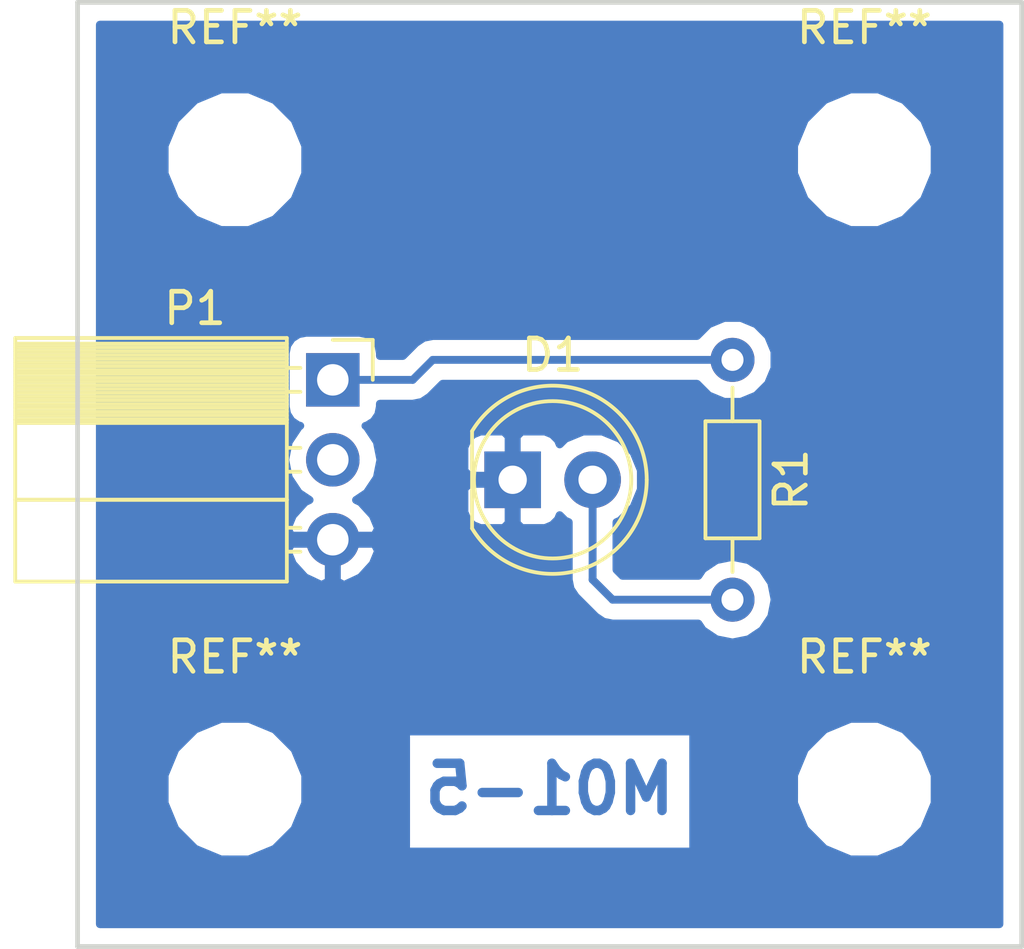
<source format=kicad_pcb>
(kicad_pcb (version 20241229) (generator "pcbnew") (generator_version "9.0")
  (layers (0 "F.Cu" signal) (2 "B.Cu" signal) (13 "F.Paste" user) (15 "B.Paste" user) (5 "F.SilkS" user) (7 "B.SilkS" user) (1 "F.Mask" user) (3 "B.Mask" user) (25 "Edge.Cuts" user))
  (net 0 "")
  (net 1 "GND")
  (net 2 "Net-(D1-Pad2)")
  (net 3 "Net-(P1-Pad1)")
  (net 4 "Net-(P1-Pad2)")
  (footprint "LEDs:LED_D5.0mm" (layer "F.Cu") (at 123.825 90.17)
    (property "Reference" "D1" (at 1.27 -3.96 0) (layer "F.SilkS"))
    (property "Value" "LED")
    (fp_line (start -1.29 -1.545) (end -1.29 1.545) (stroke (width 0.12)) (layer "F.SilkS"))
    (fp_arc (start -1.29 -1.54483) (mid 2.072002 -2.880433) (end 4.26 0.000462) (stroke (width 0.12)) (layer "F.SilkS"))
    (fp_arc (start 4.26 -0.000462) (mid 2.072002 2.880433) (end -1.29 1.54483) (stroke (width 0.12)) (layer "F.SilkS"))
    (fp_circle (center 1.27 0) (end 3.77 0) (stroke (width 0.12)) (fill no) (layer "F.SilkS"))
    (pad "1" thru_hole rect (at 0 0) (size 1.8 1.8) (drill 0.9) (layers "*.Cu" "*.Mask") (net 1 "GND"))
    (pad "2" thru_hole circle (at 2.54 0) (size 1.8 1.8) (drill 0.9) (layers "*.Cu" "*.Mask") (net 2 "Net-(D1-Pad2)"))
  )
  (footprint "Socket_Strips:Socket_Strip_Angled_1x03_Pitch2.54mm" (layer "F.Cu") (at 118.11 86.995)
    (property "Reference" "P1" (at -4.38 -2.27 0) (layer "F.SilkS"))
    (property "Value" "CONN_01X03")
    (fp_line (start -10.09 -1.33) (end -1.46 -1.33) (stroke (width 0.12)) (layer "F.SilkS"))
    (fp_line (start -10.09 1.27) (end -10.09 -1.33) (stroke (width 0.12)) (layer "F.SilkS"))
    (fp_line (start -10.09 1.27) (end -1.46 1.27) (stroke (width 0.12)) (layer "F.SilkS"))
    (fp_line (start -10.09 3.81) (end -10.09 1.27) (stroke (width 0.12)) (layer "F.SilkS"))
    (fp_line (start -10.09 3.81) (end -1.46 3.81) (stroke (width 0.12)) (layer "F.SilkS"))
    (fp_line (start -10.09 6.41) (end -10.09 3.81) (stroke (width 0.12)) (layer "F.SilkS"))
    (fp_line (start -1.46 -1.33) (end -1.46 1.27) (stroke (width 0.12)) (layer "F.SilkS"))
    (fp_line (start -1.46 -1.15) (end -10.09 -1.15) (stroke (width 0.12)) (layer "F.SilkS"))
    (fp_line (start -1.46 -1.03) (end -10.09 -1.03) (stroke (width 0.12)) (layer "F.SilkS"))
    (fp_line (start -1.46 -0.91) (end -10.09 -0.91) (stroke (width 0.12)) (layer "F.SilkS"))
    (fp_line (start -1.46 -0.79) (end -10.09 -0.79) (stroke (width 0.12)) (layer "F.SilkS"))
    (fp_line (start -1.46 -0.67) (end -10.09 -0.67) (stroke (width 0.12)) (layer "F.SilkS"))
    (fp_line (start -1.46 -0.55) (end -10.09 -0.55) (stroke (width 0.12)) (layer "F.SilkS"))
    (fp_line (start -1.46 -0.43) (end -10.09 -0.43) (stroke (width 0.12)) (layer "F.SilkS"))
    (fp_line (start -1.46 -0.31) (end -10.09 -0.31) (stroke (width 0.12)) (layer "F.SilkS"))
    (fp_line (start -1.46 -0.19) (end -10.09 -0.19) (stroke (width 0.12)) (layer "F.SilkS"))
    (fp_line (start -1.46 -0.07) (end -10.09 -0.07) (stroke (width 0.12)) (layer "F.SilkS"))
    (fp_line (start -1.46 0.05) (end -10.09 0.05) (stroke (width 0.12)) (layer "F.SilkS"))
    (fp_line (start -1.46 0.17) (end -10.09 0.17) (stroke (width 0.12)) (layer "F.SilkS"))
    (fp_line (start -1.46 0.29) (end -10.09 0.29) (stroke (width 0.12)) (layer "F.SilkS"))
    (fp_line (start -1.46 0.41) (end -10.09 0.41) (stroke (width 0.12)) (layer "F.SilkS"))
    (fp_line (start -1.46 0.53) (end -10.09 0.53) (stroke (width 0.12)) (layer "F.SilkS"))
    (fp_line (start -1.46 0.65) (end -10.09 0.65) (stroke (width 0.12)) (layer "F.SilkS"))
    (fp_line (start -1.46 0.77) (end -10.09 0.77) (stroke (width 0.12)) (layer "F.SilkS"))
    (fp_line (start -1.46 0.89) (end -10.09 0.89) (stroke (width 0.12)) (layer "F.SilkS"))
    (fp_line (start -1.46 1.01) (end -10.09 1.01) (stroke (width 0.12)) (layer "F.SilkS"))
    (fp_line (start -1.46 1.13) (end -10.09 1.13) (stroke (width 0.12)) (layer "F.SilkS"))
    (fp_line (start -1.46 1.25) (end -10.09 1.25) (stroke (width 0.12)) (layer "F.SilkS"))
    (fp_line (start -1.46 1.27) (end -10.09 1.27) (stroke (width 0.12)) (layer "F.SilkS"))
    (fp_line (start -1.46 1.27) (end -1.46 3.81) (stroke (width 0.12)) (layer "F.SilkS"))
    (fp_line (start -1.46 1.37) (end -10.09 1.37) (stroke (width 0.12)) (layer "F.SilkS"))
    (fp_line (start -1.46 3.81) (end -10.09 3.81) (stroke (width 0.12)) (layer "F.SilkS"))
    (fp_line (start -1.46 3.81) (end -1.46 6.41) (stroke (width 0.12)) (layer "F.SilkS"))
    (fp_line (start -1.46 6.41) (end -10.09 6.41) (stroke (width 0.12)) (layer "F.SilkS"))
    (fp_line (start -1.03 -0.38) (end -1.46 -0.38) (stroke (width 0.12)) (layer "F.SilkS"))
    (fp_line (start -1.03 0.38) (end -1.46 0.38) (stroke (width 0.12)) (layer "F.SilkS"))
    (fp_line (start -1.03 2.16) (end -1.46 2.16) (stroke (width 0.12)) (layer "F.SilkS"))
    (fp_line (start -1.03 2.92) (end -1.46 2.92) (stroke (width 0.12)) (layer "F.SilkS"))
    (fp_line (start -1.03 4.7) (end -1.46 4.7) (stroke (width 0.12)) (layer "F.SilkS"))
    (fp_line (start -1.03 5.46) (end -1.46 5.46) (stroke (width 0.12)) (layer "F.SilkS"))
    (fp_line (start 0 -1.27) (end 1.27 -1.27) (stroke (width 0.12)) (layer "F.SilkS"))
    (fp_line (start 1.27 -1.27) (end 1.27 0) (stroke (width 0.12)) (layer "F.SilkS"))
    (pad "1" thru_hole rect (at 0 0) (size 1.7 1.7) (drill 1) (layers "*.Cu" "*.Mask") (net 3 "Net-(P1-Pad1)"))
    (pad "2" thru_hole oval (at 0 2.54) (size 1.7 1.7) (drill 1) (layers "*.Cu" "*.Mask") (net 4 "Net-(P1-Pad2)"))
    (pad "3" thru_hole oval (at 0 5.08) (size 1.7 1.7) (drill 1) (layers "*.Cu" "*.Mask") (net 1 "GND"))
  )
  (footprint "Resistors_ThroughHole:R_Axial_DIN0204_L3.6mm_D1.6mm_P7.62mm_Horizontal" (layer "F.Cu") (at 130.81 86.36 -90)
    (property "Reference" "R1" (at 3.81 -1.86 270) (layer "F.SilkS"))
    (property "Value" "470")
    (fp_line (start 1.95 0.86) (end 5.67 0.86) (stroke (width 0.12)) (layer "F.SilkS"))
    (fp_line (start 5.67 0.86) (end 5.67 -0.86) (stroke (width 0.12)) (layer "F.SilkS"))
    (fp_line (start 0.88 0) (end 1.95 0) (stroke (width 0.12)) (layer "F.SilkS"))
    (fp_line (start 6.74 0) (end 5.67 0) (stroke (width 0.12)) (layer "F.SilkS"))
    (fp_line (start 1.95 -0.86) (end 1.95 0.86) (stroke (width 0.12)) (layer "F.SilkS"))
    (fp_line (start 5.67 -0.86) (end 1.95 -0.86) (stroke (width 0.12)) (layer "F.SilkS"))
    (pad "1" thru_hole circle (at 0 0 270) (size 1.4 1.4) (drill 0.7) (layers "*.Cu" "*.Mask") (net 3 "Net-(P1-Pad1)"))
    (pad "2" thru_hole oval (at 7.62 0 270) (size 1.4 1.4) (drill 0.7) (layers "*.Cu" "*.Mask") (net 2 "Net-(D1-Pad2)"))
  )
  (footprint "Mounting_Holes:MountingHole_3.2mm_M3" (layer "F.Cu") (at 135 80)
    (property "Reference" "REF**" (at 0 -4.2 0) (layer "F.SilkS"))
    (property "Value" "MountingHole_3.2mm_M3" (hide yes))
    (pad "" np_thru_hole circle (at 0 0) (size 3.2 3.2) (drill 3.2) (layers "*.Cu" "*.Mask"))
  )
  (footprint "Mounting_Holes:MountingHole_3.2mm_M3" (layer "F.Cu") (at 115 80)
    (property "Reference" "REF**" (at 0 -4.2 0) (layer "F.SilkS"))
    (property "Value" "MountingHole_3.2mm_M3" (hide yes))
    (pad "" np_thru_hole circle (at 0 0) (size 3.2 3.2) (drill 3.2) (layers "*.Cu" "*.Mask"))
  )
  (footprint "Mounting_Holes:MountingHole_3.2mm_M3" (layer "F.Cu") (at 115 100)
    (property "Reference" "REF**" (at 0 -4.2 0) (layer "F.SilkS"))
    (property "Value" "MountingHole_3.2mm_M3" (hide yes))
    (pad "" np_thru_hole circle (at 0 0) (size 3.2 3.2) (drill 3.2) (layers "*.Cu" "*.Mask"))
  )
  (footprint "Mounting_Holes:MountingHole_3.2mm_M3" (layer "F.Cu") (at 135 100)
    (property "Reference" "REF**" (at 0 -4.2 0) (layer "F.SilkS"))
    (property "Value" "MountingHole_3.2mm_M3" (hide yes))
    (pad "" np_thru_hole circle (at 0 0) (size 3.2 3.2) (drill 3.2) (layers "*.Cu" "*.Mask"))
  )
  (gr_line (start 110 75) (end 140 75) (stroke (width 0.15)) (layer "Edge.Cuts"))
  (gr_line (start 140 105) (end 110 105) (stroke (width 0.15)) (layer "Edge.Cuts"))
  (gr_line (start 140 75) (end 140 105) (stroke (width 0.15)) (layer "Edge.Cuts"))
  (gr_line (start 110 105) (end 110 75) (stroke (width 0.15)) (layer "Edge.Cuts"))
  (gr_text "M01-5" (at 125 100 0) (layer "B.Cu") (effects (font (size 1.5 1.5) (thickness 0.3)) (justify mirror)))
  (segment (start 126.365 93.345) (end 127 93.98) (width 0.25) (layer "B.Cu") (net 2))
  (segment (start 127 93.98) (end 130.81 93.98) (width 0.25) (layer "B.Cu") (net 2))
  (segment (start 126.365 90.17) (end 126.365 93.345) (width 0.25) (layer "B.Cu") (net 2))
  (segment (start 120.65 86.995) (end 121.285 86.36) (width 0.25) (layer "B.Cu") (net 3))
  (segment (start 121.285 86.36) (end 130.81 86.36) (width 0.25) (layer "B.Cu") (net 3))
  (segment (start 118.11 86.995) (end 120.65 86.995) (width 0.25) (layer "B.Cu") (net 3))
  (zone (net 1) (net_name "GND") (layer "B.Cu") (connect_pads (clearance 0.508)) (min_thickness 0.254) (fill yes (thermal_gap 0.508) (thermal_bridge_width 0.508))
    (polygon (pts (xy 140 105) (xy 110 105) (xy 110 75) (xy 140 75)))
  )
)
</source>
